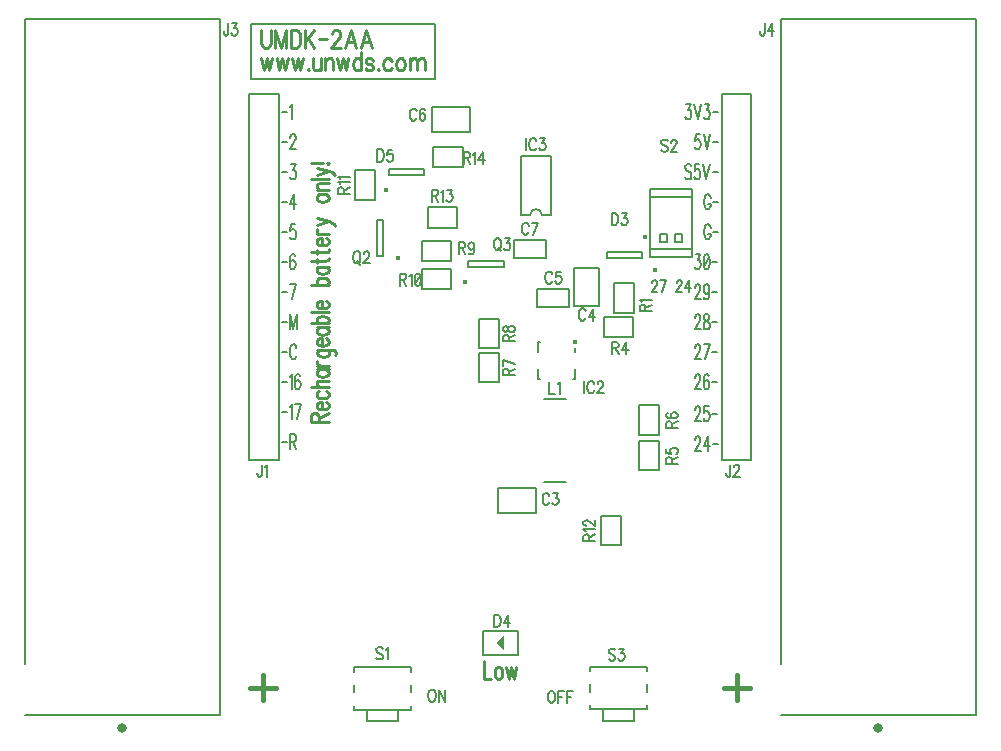
<source format=gbr>
G04 DipTrace 2.4.0.2*
%INTopSilk.gbr*%
%MOMM*%
%ADD10C,0.2*%
%ADD20O,0.799X0.799*%
%ADD23C,0.15*%
%ADD30O,0.391X0.392*%
%ADD33O,0.4X0.4*%
%ADD83C,0.157*%
%ADD84C,0.235*%
%ADD85C,0.196*%
%FSLAX53Y53*%
G04*
G71*
G90*
G75*
G01*
%LNTopSilk*%
%LPD*%
D20*
X27580Y40649D3*
X19330Y46100D2*
D10*
Y100750D1*
X35830D1*
Y41750D1*
X19330D1*
X70908Y78328D2*
D23*
X69207D1*
Y75828D1*
X70908D1*
Y78328D1*
X62581Y58896D2*
X59381D1*
Y60996D1*
X62581D1*
Y58896D1*
X38330Y63380D2*
D10*
X40830D1*
Y94360D1*
X38330D1*
Y63380D1*
X78330D2*
X80830D1*
Y94360D1*
X78330D1*
Y63380D1*
X65805Y76445D2*
D23*
X67905D1*
Y79645D1*
X65805D1*
Y76445D1*
X53824Y93225D2*
X57024D1*
Y91125D1*
X53824D1*
Y93225D1*
X65419Y76343D2*
X62719D1*
Y77843D1*
X65419D1*
Y76343D1*
X60726Y81970D2*
X63426D1*
Y80470D1*
X60726D1*
Y81970D1*
D30*
X49906Y86245D3*
X50139Y87518D2*
D10*
X53139D1*
Y88018D1*
X50139D1*
Y87518D1*
X61080Y46830D2*
D23*
X58080D1*
Y48930D1*
X61080D1*
Y46830D1*
G36*
X59897Y48515D2*
Y47244D1*
X59263Y47880D1*
D1*
X59897Y48515D1*
G37*
D30*
X71831Y82270D3*
X71597Y80997D2*
D10*
X68597D1*
Y80497D1*
X71597D1*
Y80997D1*
X65869Y70257D2*
Y71107D1*
D33*
Y73357D3*
X62769Y70257D2*
D10*
Y71107D1*
Y72507D2*
Y73357D1*
X65869Y70257D2*
X65719D1*
X62819Y70252D2*
X62919Y70257D1*
X62769Y73357D2*
X62919D1*
X65869Y72507D2*
Y72853D1*
X63896Y84118D2*
Y89118D1*
X61295Y84118D2*
Y89118D1*
X63896D2*
X61295D1*
X63096Y84118D2*
X63896D1*
X62095D2*
X61295D1*
X63096D2*
G03X62095Y84118I-500J0D01*
G01*
X63231Y68519D2*
X65137D1*
X63231Y61534D2*
X65137D1*
D30*
X56615Y78429D3*
X56849Y79703D2*
D10*
X59849D1*
Y80203D1*
X56849D1*
Y79703D1*
X72973Y64991D2*
D23*
X71273D1*
Y62491D1*
X72973D1*
Y64991D1*
Y68008D2*
X71273D1*
Y65508D1*
X72973D1*
Y68008D1*
X53408Y84754D2*
X55908D1*
Y83054D1*
X53408D1*
Y84754D1*
X53899Y89850D2*
X56399D1*
Y88150D1*
X53899D1*
Y89850D1*
X55432Y77845D2*
X52932D1*
Y79545D1*
X55432D1*
Y77845D1*
X69797Y58670D2*
X68097D1*
Y56170D1*
X69797D1*
Y58670D1*
X70830Y73805D2*
X68330D1*
Y75505D1*
X70830D1*
Y73805D1*
X67180Y42261D2*
D10*
X71980D1*
X67180Y45861D2*
X71980D1*
X67180D2*
Y45490D1*
Y44380D2*
Y43743D1*
Y42261D2*
Y42632D1*
X71980Y45861D2*
Y45490D1*
Y44380D2*
Y43743D1*
Y42261D2*
Y42632D1*
X68280Y41311D2*
X70880D1*
X68280D2*
Y42261D1*
X70880Y41311D2*
Y42261D1*
X47180Y42213D2*
X51980D1*
X47180Y45813D2*
X51980D1*
X47180D2*
Y45442D1*
Y44331D2*
Y43695D1*
Y42213D2*
Y42584D1*
X51980Y45813D2*
Y45442D1*
Y44331D2*
Y43695D1*
Y42213D2*
Y42584D1*
X48280Y41263D2*
X50880D1*
X48280D2*
Y42213D1*
X50880Y41263D2*
Y42213D1*
D30*
X50904Y80437D3*
X49630Y80671D2*
D10*
Y83670D1*
X49130D1*
Y80671D1*
X49630D1*
X47299Y85383D2*
D23*
X48999D1*
Y87883D1*
X47299D1*
Y85383D1*
X55417Y80212D2*
X52917D1*
Y81912D1*
X55417D1*
Y80212D1*
X72228Y80585D2*
D10*
X75828D1*
Y86300D1*
X72228D1*
Y80585D1*
Y81219D2*
X75828D1*
Y85666D1*
X72228D1*
Y81219D1*
X73075Y81855D2*
X73710D1*
Y82491D1*
X73075D1*
Y81855D1*
X74345D2*
X74980D1*
Y82491D1*
X74345D1*
Y81855D1*
D33*
X72628Y79443D3*
X59477Y72454D2*
D23*
X57778D1*
Y69954D1*
X59477D1*
Y72454D1*
X57792Y72826D2*
X59493D1*
Y75326D1*
X57792D1*
Y72826D1*
D20*
X91580Y40649D3*
X83330Y46100D2*
D10*
Y100750D1*
X99830D1*
Y41750D1*
X83330D1*
X38464Y100273D2*
X54023D1*
Y95668D1*
X38464D1*
Y100273D1*
X36543Y100333D2*
D83*
Y99556D1*
X36504Y99410D1*
X36465Y99361D1*
X36387Y99312D1*
X36309D1*
X36232Y99361D1*
X36193Y99410D1*
X36154Y99556D1*
Y99652D1*
X36872Y100332D2*
X37299D1*
X37066Y99943D1*
X37183D1*
X37260Y99895D1*
X37299Y99846D1*
X37338Y99700D1*
Y99604D1*
X37299Y99458D1*
X37221Y99360D1*
X37105Y99312D1*
X36988D1*
X36872Y99360D1*
X36833Y99410D1*
X36794Y99506D1*
X71857Y75947D2*
Y76297D1*
X71808Y76414D1*
X71759Y76453D1*
X71663Y76492D1*
X71565D1*
X71469Y76453D1*
X71419Y76414D1*
X71371Y76297D1*
Y75947D1*
X72392D1*
X71857Y76220D2*
X72392Y76492D1*
X71566Y76743D2*
X71517Y76821D1*
X71372Y76938D1*
X72392D1*
X63733Y60336D2*
X63694Y60433D1*
X63616Y60530D1*
X63539Y60579D1*
X63383D1*
X63305Y60530D1*
X63228Y60433D1*
X63188Y60336D1*
X63150Y60190D1*
Y59946D1*
X63188Y59802D1*
X63228Y59704D1*
X63305Y59607D1*
X63383Y59558D1*
X63539D1*
X63616Y59607D1*
X63694Y59704D1*
X63733Y59802D1*
X64062Y60578D2*
X64489D1*
X64256Y60189D1*
X64373D1*
X64450Y60141D1*
X64489Y60092D1*
X64528Y59946D1*
Y59850D1*
X64489Y59704D1*
X64411Y59606D1*
X64294Y59558D1*
X64178D1*
X64062Y59606D1*
X64023Y59656D1*
X63984Y59752D1*
X39393Y62986D2*
Y62209D1*
X39354Y62063D1*
X39315Y62015D1*
X39237Y61966D1*
X39159D1*
X39082Y62015D1*
X39043Y62063D1*
X39004Y62209D1*
Y62306D1*
X39644Y62791D2*
X39722Y62840D1*
X39839Y62985D1*
Y61966D1*
X79059Y62986D2*
Y62209D1*
X79021Y62063D1*
X78981Y62015D1*
X78904Y61966D1*
X78826D1*
X78748Y62015D1*
X78710Y62063D1*
X78670Y62209D1*
Y62306D1*
X79350Y62743D2*
Y62791D1*
X79388Y62889D1*
X79427Y62937D1*
X79505Y62985D1*
X79661D1*
X79738Y62937D1*
X79777Y62889D1*
X79816Y62791D1*
Y62694D1*
X79777Y62597D1*
X79699Y62452D1*
X79310Y61966D1*
X79855D1*
X66791Y75956D2*
X66752Y76053D1*
X66674Y76150D1*
X66597Y76199D1*
X66441D1*
X66363Y76150D1*
X66286Y76053D1*
X66246Y75956D1*
X66207Y75810D1*
Y75566D1*
X66246Y75422D1*
X66286Y75324D1*
X66363Y75227D1*
X66441Y75178D1*
X66597D1*
X66674Y75227D1*
X66752Y75324D1*
X66791Y75422D1*
X67431Y75178D2*
Y76198D1*
X67042Y75518D1*
X67625D1*
X52481Y92883D2*
X52442Y92980D1*
X52364Y93077D1*
X52286Y93126D1*
X52131D1*
X52053Y93077D1*
X51976Y92980D1*
X51936Y92883D1*
X51897Y92737D1*
Y92493D1*
X51936Y92348D1*
X51976Y92251D1*
X52053Y92154D1*
X52131Y92105D1*
X52286D1*
X52364Y92154D1*
X52442Y92251D1*
X52481Y92348D1*
X53198Y92980D2*
X53159Y93076D1*
X53042Y93125D1*
X52965D1*
X52848Y93076D1*
X52770Y92930D1*
X52732Y92688D1*
Y92445D1*
X52770Y92251D1*
X52848Y92153D1*
X52965Y92105D1*
X53004D1*
X53120Y92153D1*
X53198Y92251D1*
X53236Y92397D1*
Y92445D1*
X53198Y92591D1*
X53120Y92688D1*
X53004Y92736D1*
X52965D1*
X52848Y92688D1*
X52770Y92591D1*
X52732Y92445D1*
X63963Y79088D2*
X63924Y79184D1*
X63846Y79282D1*
X63769Y79330D1*
X63613D1*
X63535Y79282D1*
X63458Y79184D1*
X63418Y79088D1*
X63379Y78942D1*
Y78698D1*
X63418Y78553D1*
X63458Y78456D1*
X63535Y78359D1*
X63613Y78310D1*
X63769D1*
X63846Y78359D1*
X63924Y78456D1*
X63963Y78553D1*
X64680Y79329D2*
X64292D1*
X64253Y78892D1*
X64292Y78941D1*
X64409Y78990D1*
X64524D1*
X64641Y78941D1*
X64719Y78844D1*
X64758Y78698D1*
Y78602D1*
X64719Y78456D1*
X64641Y78358D1*
X64524Y78310D1*
X64409D1*
X64292Y78358D1*
X64253Y78407D1*
X64214Y78504D1*
X61970Y83215D2*
X61931Y83312D1*
X61853Y83410D1*
X61776Y83458D1*
X61621D1*
X61542Y83410D1*
X61465Y83312D1*
X61426Y83215D1*
X61387Y83069D1*
Y82826D1*
X61426Y82681D1*
X61465Y82583D1*
X61542Y82486D1*
X61621Y82437D1*
X61776D1*
X61853Y82486D1*
X61931Y82583D1*
X61970Y82681D1*
X62377Y82437D2*
X62766Y83457D1*
X62221D1*
X49167Y89661D2*
Y88640D1*
X49439D1*
X49556Y88690D1*
X49634Y88786D1*
X49673Y88884D1*
X49711Y89029D1*
Y89273D1*
X49673Y89419D1*
X49634Y89515D1*
X49556Y89613D1*
X49439Y89661D1*
X49167D1*
X50429Y89660D2*
X50041D1*
X50002Y89223D1*
X50041Y89272D1*
X50157Y89321D1*
X50273D1*
X50390Y89272D1*
X50468Y89175D1*
X50507Y89029D1*
Y88932D1*
X50468Y88786D1*
X50390Y88689D1*
X50273Y88640D1*
X50157D1*
X50041Y88689D1*
X50002Y88738D1*
X49962Y88835D1*
X59049Y50259D2*
Y49238D1*
X59322D1*
X59439Y49288D1*
X59517Y49384D1*
X59555Y49482D1*
X59594Y49627D1*
Y49871D1*
X59555Y50017D1*
X59517Y50113D1*
X59439Y50211D1*
X59322Y50259D1*
X59049D1*
X60234Y49238D2*
Y50258D1*
X59845Y49579D1*
X60428D1*
X69007Y84272D2*
Y83251D1*
X69279D1*
X69396Y83300D1*
X69474Y83397D1*
X69513Y83494D1*
X69551Y83639D1*
Y83883D1*
X69513Y84029D1*
X69474Y84126D1*
X69396Y84223D1*
X69279Y84272D1*
X69007D1*
X69880Y84270D2*
X70307D1*
X70075Y83882D1*
X70191D1*
X70269Y83834D1*
X70307Y83785D1*
X70347Y83639D1*
Y83543D1*
X70307Y83397D1*
X70230Y83299D1*
X70113Y83251D1*
X69996D1*
X69880Y83299D1*
X69842Y83348D1*
X69802Y83445D1*
X66680Y70052D2*
Y69031D1*
X67514Y69810D2*
X67475Y69906D1*
X67397Y70004D1*
X67320Y70052D1*
X67164D1*
X67086Y70004D1*
X67009Y69906D1*
X66969Y69810D1*
X66931Y69664D1*
Y69420D1*
X66969Y69275D1*
X67009Y69177D1*
X67086Y69081D1*
X67164Y69031D1*
X67320D1*
X67397Y69081D1*
X67475Y69177D1*
X67514Y69275D1*
X67804Y69809D2*
Y69857D1*
X67843Y69955D1*
X67881Y70003D1*
X67960Y70051D1*
X68115D1*
X68192Y70003D1*
X68231Y69955D1*
X68270Y69857D1*
Y69760D1*
X68231Y69663D1*
X68154Y69518D1*
X67765Y69031D1*
X68309D1*
X61781Y90606D2*
Y89585D1*
X62615Y90364D2*
X62576Y90460D1*
X62498Y90558D1*
X62421Y90606D1*
X62265D1*
X62187Y90558D1*
X62110Y90460D1*
X62070Y90364D1*
X62032Y90218D1*
Y89974D1*
X62070Y89829D1*
X62110Y89731D1*
X62187Y89635D1*
X62265Y89585D1*
X62421D1*
X62498Y89635D1*
X62576Y89731D1*
X62615Y89829D1*
X62944Y90605D2*
X63371D1*
X63138Y90216D1*
X63255D1*
X63332Y90168D1*
X63371Y90120D1*
X63410Y89974D1*
Y89877D1*
X63371Y89731D1*
X63294Y89634D1*
X63177Y89585D1*
X63060D1*
X62944Y89634D1*
X62905Y89683D1*
X62866Y89780D1*
X63728Y70007D2*
Y68986D1*
X64194D1*
X64445Y69811D2*
X64523Y69861D1*
X64640Y70006D1*
Y68986D1*
X59246Y82163D2*
X59169Y82116D1*
X59091Y82018D1*
X59052Y81921D1*
X59012Y81775D1*
Y81532D1*
X59052Y81386D1*
X59091Y81289D1*
X59169Y81192D1*
X59246Y81143D1*
X59401D1*
X59480Y81192D1*
X59557Y81289D1*
X59595Y81386D1*
X59635Y81532D1*
Y81775D1*
X59595Y81921D1*
X59557Y82018D1*
X59480Y82116D1*
X59401Y82163D1*
X59246D1*
X59363Y81338D2*
X59595Y81046D1*
X59964Y82162D2*
X60391D1*
X60158Y81774D1*
X60275D1*
X60352Y81725D1*
X60391Y81677D1*
X60430Y81531D1*
Y81434D1*
X60391Y81288D1*
X60314Y81191D1*
X60197Y81142D1*
X60080D1*
X59964Y81191D1*
X59926Y81240D1*
X59886Y81337D1*
X74081Y63071D2*
Y63421D1*
X74032Y63538D1*
X73983Y63577D1*
X73887Y63616D1*
X73789D1*
X73692Y63577D1*
X73643Y63538D1*
X73595Y63421D1*
Y63071D1*
X74616D1*
X74081Y63344D2*
X74616Y63616D1*
X73596Y64333D2*
Y63945D1*
X74033Y63906D1*
X73984Y63945D1*
X73935Y64062D1*
Y64178D1*
X73984Y64294D1*
X74081Y64373D1*
X74227Y64411D1*
X74324D1*
X74470Y64373D1*
X74567Y64294D1*
X74616Y64178D1*
Y64062D1*
X74567Y63945D1*
X74518Y63906D1*
X74421Y63867D1*
X74081Y66108D2*
Y66457D1*
X74032Y66574D1*
X73983Y66613D1*
X73887Y66652D1*
X73789D1*
X73692Y66613D1*
X73643Y66574D1*
X73595Y66457D1*
Y66108D1*
X74616D1*
X74081Y66380D2*
X74616Y66652D1*
X73741Y67369D2*
X73644Y67331D1*
X73596Y67214D1*
Y67137D1*
X73644Y67020D1*
X73790Y66942D1*
X74033Y66903D1*
X74275D1*
X74470Y66942D1*
X74567Y67020D1*
X74616Y67137D1*
Y67175D1*
X74567Y67291D1*
X74470Y67369D1*
X74324Y67408D1*
X74275D1*
X74129Y67369D1*
X74033Y67291D1*
X73984Y67175D1*
Y67137D1*
X74033Y67020D1*
X74129Y66942D1*
X74275Y66903D1*
X53765Y85756D2*
X54115D1*
X54232Y85805D1*
X54271Y85854D1*
X54310Y85950D1*
Y86048D1*
X54271Y86145D1*
X54232Y86194D1*
X54115Y86242D1*
X53765D1*
Y85221D1*
X54038Y85756D2*
X54310Y85221D1*
X54561Y86047D2*
X54639Y86096D1*
X54756Y86241D1*
Y85221D1*
X55085Y86241D2*
X55512D1*
X55279Y85853D1*
X55396D1*
X55473Y85804D1*
X55512Y85756D1*
X55551Y85610D1*
Y85513D1*
X55512Y85367D1*
X55434Y85270D1*
X55318Y85221D1*
X55201D1*
X55085Y85270D1*
X55046Y85319D1*
X55007Y85416D1*
X56460Y88947D2*
X56809D1*
X56926Y88996D1*
X56966Y89044D1*
X57004Y89141D1*
Y89239D1*
X56966Y89335D1*
X56926Y89385D1*
X56809Y89433D1*
X56460D1*
Y88412D1*
X56732Y88947D2*
X57004Y88412D1*
X57255Y89237D2*
X57333Y89287D1*
X57450Y89432D1*
Y88412D1*
X58090D2*
Y89432D1*
X57701Y88752D1*
X58284D1*
X51067Y78642D2*
X51416D1*
X51533Y78691D1*
X51572Y78739D1*
X51611Y78836D1*
Y78934D1*
X51572Y79030D1*
X51533Y79080D1*
X51416Y79128D1*
X51067D1*
Y78107D1*
X51339Y78642D2*
X51611Y78107D1*
X51862Y78933D2*
X51940Y78982D1*
X52057Y79127D1*
Y78107D1*
X52541Y79127D2*
X52425Y79079D1*
X52347Y78933D1*
X52308Y78690D1*
Y78544D1*
X52347Y78301D1*
X52425Y78155D1*
X52541Y78107D1*
X52619D1*
X52736Y78155D1*
X52813Y78301D1*
X52852Y78544D1*
Y78690D1*
X52813Y78933D1*
X52736Y79079D1*
X52619Y79127D1*
X52541D1*
X52813Y78933D2*
X52347Y78301D1*
X67096Y56528D2*
Y56877D1*
X67046Y56994D1*
X66998Y57033D1*
X66901Y57072D1*
X66804D1*
X66707Y57033D1*
X66658Y56994D1*
X66609Y56877D1*
Y56528D1*
X67630D1*
X67096Y56800D2*
X67630Y57072D1*
X66805Y57323D2*
X66755Y57401D1*
X66610Y57518D1*
X67630D1*
X66853Y57808D2*
X66805D1*
X66707Y57847D1*
X66659Y57886D1*
X66610Y57964D1*
Y58119D1*
X66659Y58197D1*
X66707Y58235D1*
X66805Y58275D1*
X66901D1*
X66999Y58235D1*
X67144Y58158D1*
X67630Y57769D1*
Y58313D1*
X69049Y72855D2*
X69398D1*
X69515Y72905D1*
X69555Y72953D1*
X69593Y73049D1*
Y73147D1*
X69555Y73244D1*
X69515Y73293D1*
X69398Y73341D1*
X69049D1*
Y72321D1*
X69321Y72855D2*
X69593Y72321D1*
X70233D2*
Y73340D1*
X69844Y72661D1*
X70428D1*
X69296Y47252D2*
X69219Y47350D1*
X69102Y47398D1*
X68946D1*
X68829Y47350D1*
X68751Y47252D1*
Y47156D1*
X68791Y47058D1*
X68829Y47010D1*
X68907Y46962D1*
X69140Y46864D1*
X69219Y46816D1*
X69257Y46766D1*
X69296Y46670D1*
Y46524D1*
X69219Y46427D1*
X69102Y46378D1*
X68946D1*
X68829Y46427D1*
X68751Y46524D1*
X69625Y47397D2*
X70052D1*
X69819Y47009D1*
X69936D1*
X70013Y46960D1*
X70052Y46912D1*
X70091Y46766D1*
Y46670D1*
X70052Y46524D1*
X69974Y46426D1*
X69858Y46378D1*
X69741D1*
X69625Y46426D1*
X69586Y46475D1*
X69547Y46572D1*
X63824Y43825D2*
X63746Y43776D1*
X63669Y43679D1*
X63629Y43582D1*
X63591Y43436D1*
Y43192D1*
X63629Y43047D1*
X63669Y42950D1*
X63746Y42853D1*
X63824Y42804D1*
X63980D1*
X64057Y42853D1*
X64135Y42950D1*
X64174Y43047D1*
X64212Y43192D1*
Y43436D1*
X64174Y43582D1*
X64135Y43679D1*
X64057Y43776D1*
X63980Y43825D1*
X63824D1*
X64969D2*
X64463D1*
Y42804D1*
Y43338D2*
X64774D1*
X65726Y43825D2*
X65220D1*
Y42804D1*
Y43338D2*
X65531D1*
X49629Y47363D2*
X49552Y47461D1*
X49435Y47509D1*
X49280D1*
X49163Y47461D1*
X49085Y47363D1*
Y47266D1*
X49124Y47169D1*
X49163Y47120D1*
X49240Y47072D1*
X49474Y46974D1*
X49552Y46926D1*
X49591Y46877D1*
X49629Y46780D1*
Y46634D1*
X49552Y46537D1*
X49435Y46488D1*
X49280D1*
X49163Y46537D1*
X49085Y46634D1*
X49880Y47313D2*
X49958Y47363D1*
X50075Y47508D1*
Y46488D1*
X53709Y43935D2*
X53631Y43887D1*
X53554Y43789D1*
X53514Y43692D1*
X53476Y43546D1*
Y43303D1*
X53514Y43158D1*
X53554Y43060D1*
X53631Y42963D1*
X53709Y42914D1*
X53865D1*
X53942Y42963D1*
X54020Y43060D1*
X54059Y43158D1*
X54097Y43303D1*
Y43546D1*
X54059Y43692D1*
X54020Y43789D1*
X53942Y43887D1*
X53865Y43935D1*
X53709D1*
X54893D2*
Y42914D1*
X54348Y43935D1*
Y42914D1*
X47340Y81031D2*
X47262Y80984D1*
X47184Y80886D1*
X47146Y80788D1*
X47106Y80642D1*
Y80400D1*
X47146Y80254D1*
X47184Y80157D1*
X47262Y80059D1*
X47340Y80011D1*
X47495D1*
X47573Y80059D1*
X47650Y80157D1*
X47689Y80254D1*
X47729Y80400D1*
Y80642D1*
X47689Y80788D1*
X47650Y80886D1*
X47573Y80984D1*
X47495Y81031D1*
X47340D1*
X47456Y80205D2*
X47689Y79913D1*
X48019Y80787D2*
Y80835D1*
X48058Y80933D1*
X48096Y80981D1*
X48175Y81030D1*
X48330D1*
X48407Y80981D1*
X48446Y80933D1*
X48485Y80835D1*
Y80739D1*
X48446Y80641D1*
X48369Y80496D1*
X47980Y80010D1*
X48524D1*
X46297Y85915D2*
Y86265D1*
X46248Y86381D1*
X46199Y86421D1*
X46103Y86460D1*
X46005D1*
X45909Y86421D1*
X45859Y86381D1*
X45811Y86265D1*
Y85915D1*
X46832D1*
X46297Y86187D2*
X46832Y86460D1*
X46006Y86711D2*
X45957Y86789D1*
X45812Y86906D1*
X46832D1*
X46006Y87157D2*
X45957Y87235D1*
X45812Y87352D1*
X46832D1*
X56056Y81326D2*
X56406D1*
X56523Y81375D1*
X56562Y81423D1*
X56601Y81520D1*
Y81618D1*
X56562Y81714D1*
X56523Y81764D1*
X56406Y81812D1*
X56056D1*
Y80791D1*
X56329Y81326D2*
X56601Y80791D1*
X57358Y81472D2*
X57318Y81326D1*
X57241Y81228D1*
X57124Y81180D1*
X57085D1*
X56969Y81228D1*
X56891Y81326D1*
X56852Y81472D1*
Y81520D1*
X56891Y81666D1*
X56969Y81763D1*
X57085Y81811D1*
X57124D1*
X57241Y81763D1*
X57318Y81666D1*
X57358Y81472D1*
Y81228D1*
X57318Y80985D1*
X57241Y80839D1*
X57124Y80791D1*
X57047D1*
X56930Y80839D1*
X56891Y80937D1*
X73743Y90342D2*
X73666Y90439D1*
X73549Y90488D1*
X73394D1*
X73277Y90439D1*
X73199Y90342D1*
Y90245D1*
X73238Y90147D1*
X73277Y90099D1*
X73354Y90051D1*
X73588Y89953D1*
X73666Y89905D1*
X73704Y89855D1*
X73743Y89759D1*
Y89613D1*
X73666Y89516D1*
X73549Y89467D1*
X73394D1*
X73277Y89516D1*
X73199Y89613D1*
X74034Y90244D2*
Y90292D1*
X74072Y90390D1*
X74111Y90438D1*
X74189Y90486D1*
X74344D1*
X74422Y90438D1*
X74460Y90390D1*
X74500Y90292D1*
Y90196D1*
X74460Y90098D1*
X74383Y89953D1*
X73994Y89467D1*
X74539D1*
X60268Y70534D2*
Y70883D1*
X60219Y71000D1*
X60171Y71040D1*
X60074Y71078D1*
X59976D1*
X59880Y71040D1*
X59830Y71000D1*
X59782Y70883D1*
Y70534D1*
X60803D1*
X60268Y70806D2*
X60803Y71078D1*
Y71485D2*
X59783Y71874D1*
Y71329D1*
X60283Y73407D2*
Y73756D1*
X60234Y73873D1*
X60186Y73913D1*
X60089Y73951D1*
X59991D1*
X59895Y73913D1*
X59845Y73873D1*
X59797Y73756D1*
Y73407D1*
X60818D1*
X60283Y73679D2*
X60818Y73951D1*
X59798Y74396D2*
X59847Y74280D1*
X59943Y74241D1*
X60041D1*
X60137Y74280D1*
X60187Y74358D1*
X60235Y74513D1*
X60283Y74630D1*
X60381Y74707D1*
X60478Y74746D1*
X60624D1*
X60720Y74707D1*
X60770Y74669D1*
X60818Y74552D1*
Y74396D1*
X60770Y74280D1*
X60720Y74241D1*
X60624Y74202D1*
X60478D1*
X60381Y74241D1*
X60283Y74319D1*
X60235Y74435D1*
X60187Y74590D1*
X60137Y74669D1*
X60041Y74707D1*
X59943D1*
X59847Y74669D1*
X59798Y74552D1*
Y74396D1*
X81948Y100333D2*
Y99556D1*
X81909Y99410D1*
X81870Y99361D1*
X81792Y99312D1*
X81714D1*
X81637Y99361D1*
X81598Y99410D1*
X81559Y99556D1*
Y99652D1*
X82588Y99312D2*
Y100332D1*
X82199Y99652D1*
X82782D1*
X72437Y78369D2*
Y78417D1*
X72471Y78515D1*
X72505Y78563D1*
X72573Y78611D1*
X72709D1*
X72777Y78563D1*
X72810Y78515D1*
X72845Y78417D1*
Y78320D1*
X72810Y78223D1*
X72743Y78078D1*
X72402Y77591D1*
X72879D1*
X73234D2*
X73575Y78611D1*
X73098D1*
X74520Y78369D2*
Y78417D1*
X74554Y78515D1*
X74588Y78563D1*
X74656Y78611D1*
X74792D1*
X74860Y78563D1*
X74894Y78515D1*
X74928Y78417D1*
Y78320D1*
X74894Y78223D1*
X74826Y78078D1*
X74486Y77591D1*
X74962D1*
X75522D2*
Y78611D1*
X75182Y77932D1*
X75692D1*
X58151Y46371D2*
D84*
Y44839D1*
X58763D1*
X59347Y45860D2*
X59246Y45788D1*
X59143Y45641D1*
X59092Y45422D1*
Y45277D1*
X59143Y45058D1*
X59246Y44914D1*
X59347Y44839D1*
X59500D1*
X59603Y44914D1*
X59704Y45058D1*
X59756Y45277D1*
Y45422D1*
X59704Y45641D1*
X59603Y45788D1*
X59500Y45860D1*
X59347D1*
X60086D2*
X60290Y44839D1*
X60494Y45860D1*
X60698Y44839D1*
X60902Y45860D1*
X44233Y66607D2*
Y67066D1*
X44159Y67219D1*
X44087Y67271D1*
X43942Y67322D1*
X43795D1*
X43650Y67271D1*
X43576Y67219D1*
X43504Y67066D1*
Y66607D1*
X45035D1*
X44233Y66964D2*
X45035Y67322D1*
X44452Y67651D2*
Y68263D1*
X44306D1*
X44159Y68212D1*
X44087Y68162D1*
X44014Y68059D1*
Y67906D1*
X44087Y67804D1*
X44233Y67702D1*
X44452Y67651D1*
X44597D1*
X44816Y67702D1*
X44961Y67804D1*
X45035Y67906D1*
Y68059D1*
X44961Y68162D1*
X44816Y68263D1*
X44233Y69206D2*
X44087Y69103D1*
X44014Y69001D1*
Y68848D1*
X44087Y68746D1*
X44233Y68644D1*
X44452Y68593D1*
X44597D1*
X44816Y68644D1*
X44961Y68746D1*
X45035Y68848D1*
Y69001D1*
X44961Y69103D1*
X44816Y69206D1*
X43504Y69535D2*
X45035D1*
X44306D2*
X44087Y69689D1*
X44014Y69791D1*
Y69944D1*
X44087Y70046D1*
X44306Y70097D1*
X45035D1*
X44014Y71038D2*
X45035D1*
X44233D2*
X44087Y70937D1*
X44014Y70834D1*
Y70682D1*
X44087Y70579D1*
X44233Y70478D1*
X44452Y70426D1*
X44597D1*
X44816Y70478D1*
X44961Y70579D1*
X45035Y70682D1*
Y70834D1*
X44961Y70937D1*
X44816Y71038D1*
X44014Y71367D2*
X45035D1*
X44452D2*
X44233Y71419D1*
X44087Y71521D1*
X44014Y71623D1*
Y71777D1*
X44087Y72718D2*
X45254D1*
X45471Y72667D1*
X45546Y72617D1*
X45618Y72514D1*
Y72361D1*
X45546Y72259D1*
X44306Y72718D2*
X44161Y72617D1*
X44087Y72514D1*
Y72361D1*
X44161Y72259D1*
X44306Y72157D1*
X44525Y72106D1*
X44671D1*
X44889Y72157D1*
X45035Y72259D1*
X45108Y72361D1*
Y72514D1*
X45035Y72617D1*
X44889Y72718D1*
X44452Y73047D2*
Y73659D1*
X44306D1*
X44159Y73609D1*
X44087Y73558D1*
X44014Y73455D1*
Y73302D1*
X44087Y73201D1*
X44233Y73098D1*
X44452Y73047D1*
X44597D1*
X44816Y73098D1*
X44961Y73201D1*
X45035Y73302D1*
Y73455D1*
X44961Y73558D1*
X44816Y73659D1*
X44014Y74601D2*
X45035D1*
X44233D2*
X44087Y74499D1*
X44014Y74397D1*
Y74245D1*
X44087Y74142D1*
X44233Y74041D1*
X44452Y73989D1*
X44597D1*
X44816Y74041D1*
X44961Y74142D1*
X45035Y74245D1*
Y74397D1*
X44961Y74499D1*
X44816Y74601D1*
X43504Y74930D2*
X45035D1*
X44233D2*
X44087Y75033D1*
X44014Y75134D1*
Y75288D1*
X44087Y75389D1*
X44233Y75492D1*
X44452Y75542D1*
X44597D1*
X44816Y75492D1*
X44961Y75389D1*
X45035Y75288D1*
Y75134D1*
X44961Y75033D1*
X44816Y74930D1*
X43504Y75872D2*
X45035D1*
X44452Y76201D2*
Y76813D1*
X44306D1*
X44159Y76762D1*
X44087Y76712D1*
X44014Y76609D1*
Y76456D1*
X44087Y76354D1*
X44233Y76252D1*
X44452Y76201D1*
X44597D1*
X44816Y76252D1*
X44961Y76354D1*
X45035Y76456D1*
Y76609D1*
X44961Y76712D1*
X44816Y76813D1*
X43504Y78180D2*
X45035D1*
X44233D2*
X44087Y78282D1*
X44014Y78384D1*
Y78537D1*
X44087Y78638D1*
X44233Y78741D1*
X44452Y78792D1*
X44597D1*
X44816Y78741D1*
X44961Y78638D1*
X45035Y78537D1*
Y78384D1*
X44961Y78282D1*
X44816Y78180D1*
X44014Y79733D2*
X45035D1*
X44233D2*
X44087Y79632D1*
X44014Y79529D1*
Y79377D1*
X44087Y79274D1*
X44233Y79173D1*
X44452Y79121D1*
X44597D1*
X44816Y79173D1*
X44961Y79274D1*
X45035Y79377D1*
Y79529D1*
X44961Y79632D1*
X44816Y79733D1*
X43504Y80216D2*
X44744D1*
X44961Y80266D1*
X45035Y80369D1*
Y80470D1*
X44014Y80062D2*
Y80420D1*
X43504Y80953D2*
X44744D1*
X44961Y81004D1*
X45035Y81106D1*
Y81208D1*
X44014Y80800D2*
Y81157D1*
X44452Y81537D2*
Y82149D1*
X44306D1*
X44159Y82099D1*
X44087Y82048D1*
X44014Y81945D1*
Y81792D1*
X44087Y81691D1*
X44233Y81588D1*
X44452Y81537D1*
X44597D1*
X44816Y81588D1*
X44961Y81691D1*
X45035Y81792D1*
Y81945D1*
X44961Y82048D1*
X44816Y82149D1*
X44014Y82479D2*
X45035D1*
X44452D2*
X44233Y82531D1*
X44087Y82632D1*
X44014Y82735D1*
Y82888D1*
Y83269D2*
X45035Y83575D1*
X45327Y83473D1*
X45473Y83371D1*
X45546Y83269D1*
Y83217D1*
X44014Y83881D2*
X45035Y83575D1*
X44014Y85502D2*
X44087Y85401D1*
X44233Y85298D1*
X44452Y85248D1*
X44597D1*
X44816Y85298D1*
X44961Y85401D1*
X45035Y85502D1*
Y85656D1*
X44961Y85758D1*
X44816Y85860D1*
X44597Y85911D1*
X44452D1*
X44233Y85860D1*
X44087Y85758D1*
X44014Y85656D1*
Y85502D1*
Y86241D2*
X45035D1*
X44306D2*
X44087Y86394D1*
X44014Y86497D1*
Y86649D1*
X44087Y86751D1*
X44306Y86802D1*
X45035D1*
X43504Y87132D2*
X45035D1*
X44014Y87513D2*
X45035Y87818D1*
X45327Y87717D1*
X45473Y87614D1*
X45546Y87513D1*
Y87461D1*
X44014Y88125D2*
X45035Y87818D1*
X43505Y88506D2*
X44525D1*
X44889D2*
X44963Y88454D1*
X45035Y88506D1*
X44963Y88557D1*
X44889Y88506D1*
X76069Y65083D2*
D85*
Y65144D1*
X76106Y65266D1*
X76142Y65326D1*
X76215Y65387D1*
X76361D1*
X76433Y65326D1*
X76470Y65266D1*
X76507Y65144D1*
Y65023D1*
X76470Y64901D1*
X76397Y64720D1*
X76032Y64112D1*
X76543D1*
X77143D2*
Y65387D1*
X76778Y64537D1*
X77325D1*
X77560Y64749D2*
X77981D1*
X76070Y67623D2*
Y67683D1*
X76106Y67805D1*
X76142Y67866D1*
X76216Y67926D1*
X76361D1*
X76434Y67866D1*
X76470Y67805D1*
X76507Y67683D1*
Y67563D1*
X76470Y67440D1*
X76398Y67259D1*
X76033Y66651D1*
X76543D1*
X77216Y67926D2*
X76852D1*
X76816Y67380D1*
X76852Y67440D1*
X76961Y67502D1*
X77070D1*
X77180Y67440D1*
X77253Y67320D1*
X77289Y67137D1*
Y67016D1*
X77253Y66834D1*
X77180Y66712D1*
X77070Y66651D1*
X76961D1*
X76852Y66712D1*
X76816Y66774D1*
X76779Y66894D1*
X77524Y67289D2*
X77946D1*
X75749Y88223D2*
X75677Y88345D1*
X75568Y88406D1*
X75422D1*
X75312Y88345D1*
X75239Y88223D1*
Y88103D1*
X75276Y87980D1*
X75312Y87920D1*
X75385Y87860D1*
X75604Y87738D1*
X75677Y87677D1*
X75713Y87615D1*
X75749Y87495D1*
Y87312D1*
X75677Y87191D1*
X75568Y87130D1*
X75422D1*
X75312Y87191D1*
X75239Y87312D1*
X76422Y88404D2*
X76058D1*
X76022Y87858D1*
X76058Y87919D1*
X76168Y87980D1*
X76276D1*
X76386Y87919D1*
X76459Y87798D1*
X76495Y87615D1*
Y87495D1*
X76459Y87312D1*
X76386Y87190D1*
X76276Y87130D1*
X76168D1*
X76058Y87190D1*
X76022Y87252D1*
X75985Y87373D1*
X76731Y88406D2*
X77022Y87130D1*
X77313Y88406D1*
X77549Y87767D2*
X77970D1*
X76470Y90945D2*
X76106D1*
X76070Y90399D1*
X76106Y90459D1*
X76216Y90521D1*
X76324D1*
X76434Y90459D1*
X76507Y90338D1*
X76543Y90156D1*
Y90035D1*
X76507Y89853D1*
X76434Y89731D1*
X76324Y89670D1*
X76216D1*
X76106Y89731D1*
X76070Y89792D1*
X76033Y89913D1*
X76778Y90946D2*
X77070Y89670D1*
X77361Y90946D1*
X77597Y90308D2*
X78018D1*
X75312Y93485D2*
X75712D1*
X75494Y93000D1*
X75604D1*
X75676Y92939D1*
X75712Y92879D1*
X75749Y92696D1*
Y92576D1*
X75712Y92393D1*
X75640Y92271D1*
X75530Y92211D1*
X75421D1*
X75312Y92271D1*
X75276Y92333D1*
X75239Y92454D1*
X75985Y93487D2*
X76276Y92211D1*
X76568Y93487D1*
X76876Y93485D2*
X77276D1*
X77058Y93000D1*
X77168D1*
X77240Y92939D1*
X77276Y92879D1*
X77313Y92696D1*
Y92576D1*
X77276Y92393D1*
X77204Y92271D1*
X77094Y92211D1*
X76985D1*
X76876Y92271D1*
X76840Y92333D1*
X76803Y92454D1*
X77549Y92848D2*
X77970D1*
X77373Y85563D2*
X77337Y85684D1*
X77264Y85806D1*
X77191Y85866D1*
X77046D1*
X76972Y85806D1*
X76900Y85684D1*
X76863Y85563D1*
X76827Y85381D1*
Y85076D1*
X76863Y84895D1*
X76900Y84773D1*
X76972Y84652D1*
X77046Y84590D1*
X77191D1*
X77264Y84652D1*
X77337Y84773D1*
X77373Y84895D1*
Y85076D1*
X77191D1*
X77609Y85228D2*
X78030D1*
X77373Y83023D2*
X77337Y83144D1*
X77264Y83266D1*
X77191Y83326D1*
X77046D1*
X76972Y83266D1*
X76900Y83144D1*
X76863Y83023D1*
X76827Y82841D1*
Y82536D1*
X76863Y82355D1*
X76900Y82233D1*
X76972Y82112D1*
X77046Y82050D1*
X77191D1*
X77264Y82112D1*
X77337Y82233D1*
X77373Y82355D1*
Y82536D1*
X77191D1*
X77609Y82688D2*
X78030D1*
X76106Y80785D2*
X76506D1*
X76288Y80299D1*
X76398D1*
X76470Y80239D1*
X76506Y80178D1*
X76543Y79996D1*
Y79875D1*
X76506Y79693D1*
X76434Y79571D1*
X76324Y79510D1*
X76215D1*
X76106Y79571D1*
X76070Y79632D1*
X76033Y79753D1*
X76998Y80785D2*
X76888Y80725D1*
X76815Y80542D1*
X76779Y80239D1*
Y80056D1*
X76815Y79753D1*
X76888Y79571D1*
X76998Y79510D1*
X77070D1*
X77180Y79571D1*
X77252Y79753D1*
X77289Y80056D1*
Y80239D1*
X77252Y80542D1*
X77180Y80725D1*
X77070Y80785D1*
X76998D1*
X77252Y80542D2*
X76815Y79753D1*
X77524Y80148D2*
X77946D1*
X76070Y77942D2*
Y78002D1*
X76106Y78124D1*
X76142Y78185D1*
X76216Y78245D1*
X76361D1*
X76434Y78185D1*
X76470Y78124D1*
X76507Y78002D1*
Y77881D1*
X76470Y77759D1*
X76398Y77578D1*
X76033Y76970D1*
X76543D1*
X77253Y77821D2*
X77216Y77638D1*
X77143Y77516D1*
X77034Y77456D1*
X76998D1*
X76888Y77516D1*
X76816Y77638D1*
X76779Y77821D1*
Y77881D1*
X76816Y78064D1*
X76888Y78185D1*
X76998Y78245D1*
X77034D1*
X77143Y78185D1*
X77216Y78064D1*
X77253Y77821D1*
Y77516D1*
X77216Y77213D1*
X77143Y77031D1*
X77034Y76970D1*
X76961D1*
X76852Y77031D1*
X76816Y77153D1*
X77488Y77608D2*
X77909D1*
X76070Y75402D2*
Y75462D1*
X76106Y75584D1*
X76142Y75645D1*
X76216Y75705D1*
X76361D1*
X76434Y75645D1*
X76470Y75584D1*
X76507Y75462D1*
Y75341D1*
X76470Y75219D1*
X76398Y75038D1*
X76033Y74430D1*
X76543D1*
X76961Y75705D2*
X76852Y75645D1*
X76815Y75524D1*
Y75402D1*
X76852Y75281D1*
X76924Y75219D1*
X77070Y75159D1*
X77180Y75098D1*
X77252Y74976D1*
X77288Y74856D1*
Y74673D1*
X77252Y74552D1*
X77216Y74491D1*
X77106Y74430D1*
X76961D1*
X76852Y74491D1*
X76815Y74552D1*
X76779Y74673D1*
Y74856D1*
X76815Y74976D1*
X76888Y75098D1*
X76997Y75159D1*
X77143Y75219D1*
X77216Y75281D1*
X77252Y75402D1*
Y75524D1*
X77216Y75645D1*
X77106Y75705D1*
X76961D1*
X77524Y75068D2*
X77945D1*
X76070Y72862D2*
Y72922D1*
X76106Y73044D1*
X76142Y73105D1*
X76216Y73165D1*
X76361D1*
X76434Y73105D1*
X76470Y73044D1*
X76507Y72922D1*
Y72801D1*
X76470Y72679D1*
X76398Y72498D1*
X76033Y71890D1*
X76543D1*
X76924D2*
X77289Y73165D1*
X76779D1*
X77524Y72528D2*
X77946D1*
X76070Y70322D2*
Y70382D1*
X76106Y70504D1*
X76142Y70565D1*
X76216Y70625D1*
X76361D1*
X76434Y70565D1*
X76470Y70504D1*
X76507Y70382D1*
Y70261D1*
X76470Y70139D1*
X76398Y69958D1*
X76033Y69350D1*
X76543D1*
X77216Y70444D2*
X77180Y70565D1*
X77070Y70625D1*
X76998D1*
X76888Y70565D1*
X76815Y70382D1*
X76779Y70079D1*
Y69776D1*
X76815Y69533D1*
X76888Y69411D1*
X76998Y69350D1*
X77034D1*
X77143Y69411D1*
X77216Y69533D1*
X77252Y69715D1*
Y69776D1*
X77216Y69958D1*
X77143Y70079D1*
X77034Y70139D1*
X76998D1*
X76888Y70079D1*
X76815Y69958D1*
X76779Y69776D1*
X77487Y69988D2*
X77908D1*
X41107Y92848D2*
X41529D1*
X41764Y93242D2*
X41837Y93304D1*
X41947Y93485D1*
Y92210D1*
X41107Y90308D2*
X41529D1*
X41801Y90642D2*
Y90702D1*
X41837Y90824D1*
X41873Y90885D1*
X41947Y90945D1*
X42092D1*
X42165Y90885D1*
X42201Y90824D1*
X42238Y90702D1*
Y90581D1*
X42201Y90459D1*
X42129Y90278D1*
X41764Y89670D1*
X42274D1*
X41107Y87767D2*
X41529D1*
X41837Y88405D2*
X42237D1*
X42019Y87919D1*
X42129D1*
X42201Y87859D1*
X42237Y87798D1*
X42274Y87616D1*
Y87495D1*
X42237Y87313D1*
X42165Y87191D1*
X42055Y87130D1*
X41946D1*
X41837Y87191D1*
X41801Y87252D1*
X41764Y87373D1*
X41107Y85227D2*
X41529D1*
X42129Y84590D2*
Y85865D1*
X41764Y85016D1*
X42311D1*
X41107Y82688D2*
X41529D1*
X42201Y83325D2*
X41837D1*
X41801Y82779D1*
X41837Y82839D1*
X41947Y82901D1*
X42055D1*
X42165Y82839D1*
X42238Y82718D1*
X42274Y82536D1*
Y82415D1*
X42238Y82233D1*
X42165Y82111D1*
X42055Y82050D1*
X41947D1*
X41837Y82111D1*
X41801Y82172D1*
X41764Y82293D1*
X41107Y80147D2*
X41529D1*
X42201Y80604D2*
X42165Y80724D1*
X42055Y80785D1*
X41983D1*
X41873Y80724D1*
X41800Y80542D1*
X41764Y80239D1*
Y79936D1*
X41800Y79693D1*
X41873Y79571D1*
X41983Y79510D1*
X42019D1*
X42128Y79571D1*
X42201Y79693D1*
X42237Y79875D1*
Y79936D1*
X42201Y80118D1*
X42128Y80239D1*
X42019Y80299D1*
X41983D1*
X41873Y80239D1*
X41800Y80118D1*
X41764Y79936D1*
X41107Y77607D2*
X41529D1*
X41910Y76970D2*
X42274Y78245D1*
X41764D1*
X41107Y75068D2*
X41529D1*
X42347Y74430D2*
Y75706D1*
X42055Y74430D1*
X41764Y75706D1*
Y74430D1*
X41107Y72527D2*
X41529D1*
X42311Y72863D2*
X42274Y72984D1*
X42201Y73106D1*
X42129Y73166D1*
X41983D1*
X41910Y73106D1*
X41837Y72984D1*
X41800Y72863D1*
X41764Y72681D1*
Y72376D1*
X41800Y72195D1*
X41837Y72073D1*
X41910Y71952D1*
X41983Y71890D1*
X42129D1*
X42201Y71952D1*
X42274Y72073D1*
X42311Y72195D1*
X41107Y69987D2*
X41529D1*
X41764Y70382D2*
X41837Y70444D1*
X41947Y70625D1*
Y69350D1*
X42619Y70444D2*
X42583Y70564D1*
X42473Y70625D1*
X42401D1*
X42291Y70564D1*
X42218Y70382D1*
X42182Y70079D1*
Y69776D1*
X42218Y69533D1*
X42291Y69411D1*
X42401Y69350D1*
X42437D1*
X42546Y69411D1*
X42619Y69533D1*
X42655Y69715D1*
Y69776D1*
X42619Y69958D1*
X42546Y70079D1*
X42437Y70139D1*
X42401D1*
X42291Y70079D1*
X42218Y69958D1*
X42182Y69776D1*
X41107Y67448D2*
X41529D1*
X41764Y67842D2*
X41837Y67904D1*
X41947Y68085D1*
Y66810D1*
X42328D2*
X42692Y68085D1*
X42182D1*
X41107Y64907D2*
X41529D1*
X41764Y64938D2*
X42092D1*
X42201Y65000D1*
X42238Y65061D1*
X42274Y65181D1*
Y65303D1*
X42238Y65424D1*
X42201Y65486D1*
X42092Y65546D1*
X41764D1*
Y64270D1*
X42019Y64938D2*
X42274Y64270D1*
X39476Y45205D2*
D30*
Y43018D1*
X38384Y44110D2*
X40571D1*
X79644Y45205D2*
Y43018D1*
X78552Y44110D2*
X80739D1*
X39320Y97378D2*
D84*
X39553Y96357D1*
X39786Y97378D1*
X40019Y96357D1*
X40253Y97378D1*
X40629D2*
X40862Y96357D1*
X41095Y97378D1*
X41329Y96357D1*
X41562Y97378D1*
X41938D2*
X42171Y96357D1*
X42404Y97378D1*
X42638Y96357D1*
X42871Y97378D1*
X43305Y96503D2*
X43247Y96429D1*
X43305Y96357D1*
X43364Y96429D1*
X43305Y96503D1*
X43741Y97378D2*
Y96648D1*
X43799Y96431D1*
X43916Y96357D1*
X44091D1*
X44207Y96431D1*
X44382Y96648D1*
Y97378D2*
Y96357D1*
X44759Y97378D2*
Y96357D1*
Y97086D2*
X44934Y97305D1*
X45051Y97378D1*
X45225D1*
X45342Y97305D1*
X45400Y97086D1*
Y96357D1*
X45777Y97378D2*
X46010Y96357D1*
X46243Y97378D1*
X46476Y96357D1*
X46710Y97378D1*
X47785Y97888D2*
Y96357D1*
Y97159D2*
X47670Y97305D1*
X47552Y97378D1*
X47377D1*
X47261Y97305D1*
X47144Y97159D1*
X47086Y96940D1*
Y96795D1*
X47144Y96576D1*
X47261Y96431D1*
X47377Y96357D1*
X47552D1*
X47670Y96431D1*
X47785Y96576D1*
X48803Y97159D2*
X48745Y97305D1*
X48570Y97378D1*
X48395D1*
X48220Y97305D1*
X48162Y97159D1*
X48220Y97014D1*
X48337Y96940D1*
X48628Y96867D1*
X48745Y96795D1*
X48803Y96648D1*
Y96576D1*
X48745Y96431D1*
X48570Y96357D1*
X48395D1*
X48220Y96431D1*
X48162Y96576D1*
X49238Y96503D2*
X49180Y96429D1*
X49238Y96357D1*
X49297Y96429D1*
X49238Y96503D1*
X50374Y97159D2*
X50257Y97305D1*
X50140Y97378D1*
X49966D1*
X49849Y97305D1*
X49733Y97159D1*
X49674Y96940D1*
Y96795D1*
X49733Y96576D1*
X49849Y96431D1*
X49966Y96357D1*
X50140D1*
X50257Y96431D1*
X50374Y96576D1*
X51042Y97378D2*
X50926Y97305D1*
X50809Y97159D1*
X50751Y96940D1*
Y96795D1*
X50809Y96576D1*
X50926Y96431D1*
X51042Y96357D1*
X51217D1*
X51334Y96431D1*
X51450Y96576D1*
X51510Y96795D1*
Y96940D1*
X51450Y97159D1*
X51334Y97305D1*
X51217Y97378D1*
X51042D1*
X51886D2*
Y96357D1*
Y97086D2*
X52061Y97305D1*
X52179Y97378D1*
X52352D1*
X52470Y97305D1*
X52528Y97086D1*
Y96357D1*
Y97086D2*
X52703Y97305D1*
X52820Y97378D1*
X52994D1*
X53111Y97305D1*
X53170Y97086D1*
Y96357D1*
X39320Y99793D2*
Y98700D1*
X39378Y98481D1*
X39495Y98336D1*
X39670Y98262D1*
X39786D1*
X39962Y98336D1*
X40079Y98481D1*
X40137Y98700D1*
Y99793D1*
X41446Y98262D2*
Y99793D1*
X40979Y98262D1*
X40513Y99793D1*
Y98262D1*
X41822Y99793D2*
Y98262D1*
X42231D1*
X42406Y98336D1*
X42523Y98481D1*
X42581Y98628D1*
X42639Y98845D1*
Y99210D1*
X42581Y99429D1*
X42523Y99574D1*
X42406Y99721D1*
X42231Y99793D1*
X41822D1*
X43015D2*
Y98262D1*
X43832Y99793D2*
X43015Y98772D1*
X43307Y99138D2*
X43832Y98262D1*
X44209Y99027D2*
X44882D1*
X45318Y99428D2*
Y99500D1*
X45376Y99647D1*
X45434Y99719D1*
X45551Y99792D1*
X45785D1*
X45900Y99719D1*
X45958Y99647D1*
X46018Y99500D1*
Y99355D1*
X45958Y99209D1*
X45842Y98991D1*
X45259Y98262D1*
X46076D1*
X47386D2*
X46918Y99793D1*
X46452Y98262D1*
X46627Y98772D2*
X47211D1*
X48696Y98262D2*
X48229Y99793D1*
X47763Y98262D1*
X47938Y98772D2*
X48521D1*
M02*

</source>
